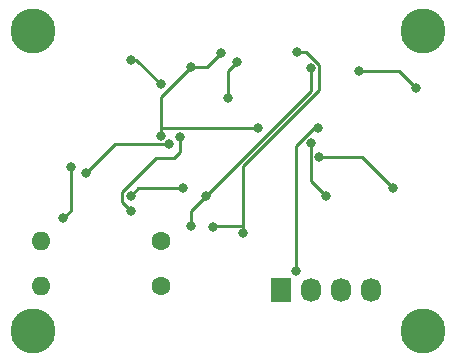
<source format=gbl>
%TF.GenerationSoftware,KiCad,Pcbnew,(6.0.4)*%
%TF.CreationDate,2022-04-21T21:48:53-10:00*%
%TF.ProjectId,filter_v2,66696c74-6572-45f7-9632-2e6b69636164,rev?*%
%TF.SameCoordinates,Original*%
%TF.FileFunction,Copper,L2,Bot*%
%TF.FilePolarity,Positive*%
%FSLAX46Y46*%
G04 Gerber Fmt 4.6, Leading zero omitted, Abs format (unit mm)*
G04 Created by KiCad (PCBNEW (6.0.4)) date 2022-04-21 21:48:53*
%MOMM*%
%LPD*%
G01*
G04 APERTURE LIST*
%TA.AperFunction,ComponentPad*%
%ADD10C,3.800000*%
%TD*%
%TA.AperFunction,ComponentPad*%
%ADD11C,1.600000*%
%TD*%
%TA.AperFunction,ComponentPad*%
%ADD12O,1.600000X1.600000*%
%TD*%
%TA.AperFunction,ComponentPad*%
%ADD13R,1.730000X2.030000*%
%TD*%
%TA.AperFunction,ComponentPad*%
%ADD14O,1.730000X2.030000*%
%TD*%
%TA.AperFunction,ViaPad*%
%ADD15C,0.800000*%
%TD*%
%TA.AperFunction,Conductor*%
%ADD16C,0.250000*%
%TD*%
G04 APERTURE END LIST*
D10*
%TO.P,H2,1,1*%
%TO.N,GND*%
X162560000Y-91440000D03*
%TD*%
%TO.P,H4,1,1*%
%TO.N,GND*%
X129540000Y-91440000D03*
%TD*%
%TO.P,H1,1,1*%
%TO.N,GND*%
X162560000Y-66040000D03*
%TD*%
D11*
%TO.P,R2,1*%
%TO.N,Net-(C1-Pad1)*%
X140345000Y-87630000D03*
D12*
%TO.P,R2,2*%
%TO.N,Net-(R2-Pad2)*%
X130185000Y-87630000D03*
%TD*%
D10*
%TO.P,H3,1,1*%
%TO.N,GND*%
X129540000Y-66040000D03*
%TD*%
D11*
%TO.P,R3,1*%
%TO.N,Net-(R8-Pad1)*%
X140335000Y-83820000D03*
D12*
%TO.P,R3,2*%
%TO.N,Net-(R2-Pad2)*%
X130175000Y-83820000D03*
%TD*%
D13*
%TO.P,J1,1,Pin_1*%
%TO.N,input*%
X150505000Y-87965000D03*
D14*
%TO.P,J1,2,Pin_2*%
%TO.N,+3V3*%
X153045000Y-87965000D03*
%TO.P,J1,3,Pin_3*%
%TO.N,GND*%
X155585000Y-87965000D03*
%TO.P,J1,4,Pin_4*%
%TO.N,output*%
X158125000Y-87965000D03*
%TD*%
D15*
%TO.N,Net-(C4-Pad2)*%
X141934733Y-75033673D03*
X137795000Y-81280000D03*
%TO.N,Net-(R7-Pad1)*%
X137795000Y-68490500D03*
X140344701Y-70574500D03*
%TO.N,ref*%
X146774511Y-68669511D03*
X146050000Y-71755000D03*
%TO.N,Net-(C5-Pad2)*%
X141041755Y-75636755D03*
X133985000Y-78105000D03*
%TO.N,Net-(R2-Pad2)*%
X132080000Y-81915000D03*
X132715000Y-77590989D03*
%TO.N,ref*%
X137795000Y-80010000D03*
X142240000Y-79375000D03*
%TO.N,+3V3*%
X148590000Y-74295000D03*
X140335000Y-74930000D03*
X142875000Y-69125500D03*
X145415000Y-67945000D03*
X153670000Y-74295000D03*
X151765000Y-86360000D03*
%TO.N,Net-(C7-Pad2)*%
X147302123Y-83142157D03*
X151859499Y-67783882D03*
X144763544Y-82620572D03*
%TO.N,Net-(C6-Pad2)*%
X144145000Y-80010000D03*
X153035000Y-69215000D03*
X142875000Y-82550000D03*
%TO.N,Net-(C11-Pad2)*%
X161920003Y-70845770D03*
X157144088Y-69458686D03*
%TO.N,Net-(C13-Pad2)*%
X160020000Y-79375000D03*
X153759500Y-76745500D03*
%TO.N,output*%
X154305000Y-80010000D03*
X153035000Y-75565000D03*
%TD*%
D16*
%TO.N,Net-(C4-Pad2)*%
X141934733Y-76319787D02*
X141934733Y-75033673D01*
X139945386Y-76835000D02*
X141419520Y-76835000D01*
X137070489Y-79709897D02*
X139945386Y-76835000D01*
X141419520Y-76835000D02*
X141934733Y-76319787D01*
X137070489Y-80555489D02*
X137070489Y-79709897D01*
X137795000Y-81280000D02*
X137070489Y-80555489D01*
%TO.N,Net-(R7-Pad1)*%
X138260701Y-68490500D02*
X137795000Y-68490500D01*
X140344701Y-70574500D02*
X138260701Y-68490500D01*
%TO.N,ref*%
X146050000Y-69394022D02*
X146774511Y-68669511D01*
X146050000Y-71755000D02*
X146050000Y-69394022D01*
%TO.N,Net-(C5-Pad2)*%
X140335000Y-75654511D02*
X141023999Y-75654511D01*
X133985000Y-78105000D02*
X136435489Y-75654511D01*
X136435489Y-75654511D02*
X140335000Y-75654511D01*
X141023999Y-75654511D02*
X141041755Y-75636755D01*
%TO.N,Net-(R2-Pad2)*%
X132715000Y-81280000D02*
X132080000Y-81915000D01*
X132715000Y-77590989D02*
X132715000Y-81280000D01*
%TO.N,ref*%
X138430000Y-79375000D02*
X137795000Y-80010000D01*
X142240000Y-79375000D02*
X138430000Y-79375000D01*
%TO.N,+3V3*%
X140335000Y-74295000D02*
X148590000Y-74295000D01*
X140335000Y-71665500D02*
X140335000Y-74295000D01*
X140335000Y-74295000D02*
X140335000Y-74930000D01*
X142875000Y-69125500D02*
X140335000Y-71665500D01*
X144234500Y-69125500D02*
X142875000Y-69125500D01*
X145415000Y-67945000D02*
X144234500Y-69125500D01*
X153280386Y-74295000D02*
X153670000Y-74295000D01*
X151765000Y-86360000D02*
X151765000Y-75810386D01*
X151765000Y-75810386D02*
X153280386Y-74295000D01*
%TO.N,Net-(C7-Pad2)*%
X147320000Y-83124280D02*
X147302123Y-83142157D01*
X147320000Y-82550000D02*
X147320000Y-83124280D01*
X152628496Y-67783882D02*
X151859499Y-67783882D01*
X153759511Y-68914897D02*
X152628496Y-67783882D01*
X153759511Y-71031207D02*
X153759511Y-68914897D01*
X147320000Y-77470718D02*
X153759511Y-71031207D01*
X144763544Y-82620572D02*
X144834116Y-82550000D01*
X147320000Y-82550000D02*
X147320000Y-77470718D01*
X144834116Y-82550000D02*
X147320000Y-82550000D01*
%TO.N,Net-(C6-Pad2)*%
X144145000Y-80010000D02*
X153035000Y-71120000D01*
X153035000Y-71120000D02*
X153035000Y-69215000D01*
X142875000Y-81280000D02*
X144145000Y-80010000D01*
X142875000Y-82550000D02*
X142875000Y-81280000D01*
%TO.N,Net-(C11-Pad2)*%
X157144088Y-69458686D02*
X160532919Y-69458686D01*
X160532919Y-69458686D02*
X161920003Y-70845770D01*
%TO.N,Net-(C13-Pad2)*%
X153759500Y-76745500D02*
X157390500Y-76745500D01*
X157390500Y-76745500D02*
X160020000Y-79375000D01*
%TO.N,output*%
X153035000Y-75565000D02*
X153035000Y-78740000D01*
X153035000Y-78740000D02*
X154305000Y-80010000D01*
%TD*%
M02*

</source>
